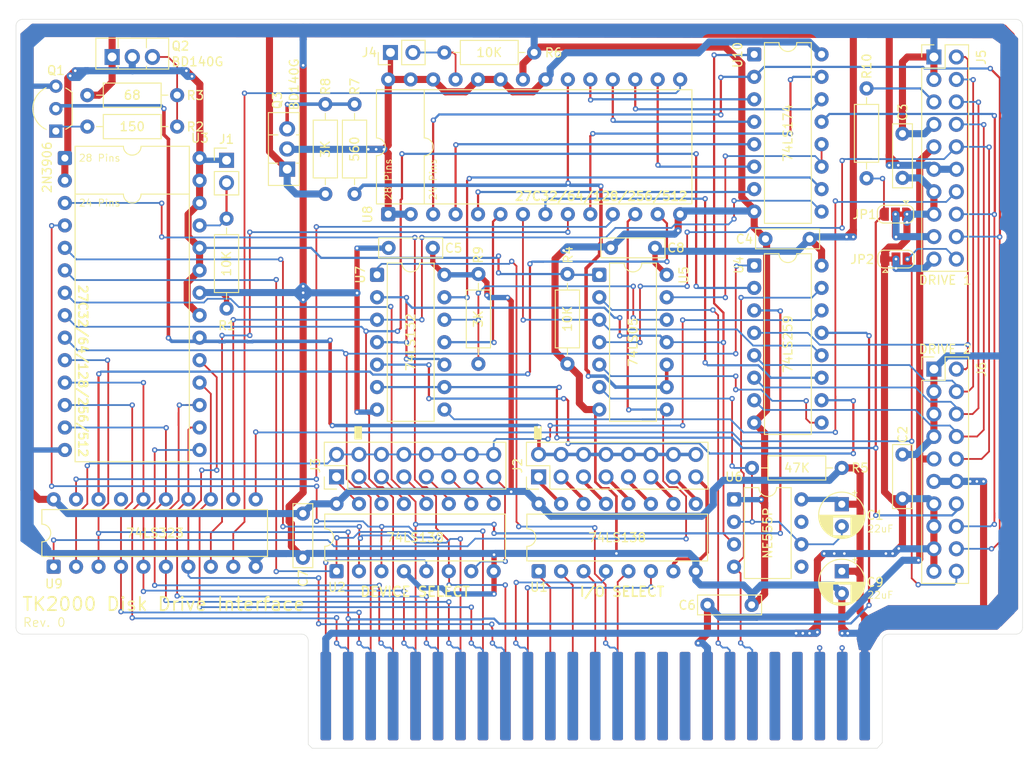
<source format=kicad_pcb>
(kicad_pcb
	(version 20241229)
	(generator "pcbnew")
	(generator_version "9.0")
	(general
		(thickness 1.6)
		(legacy_teardrops no)
	)
	(paper "A4")
	(layers
		(0 "F.Cu" signal)
		(2 "B.Cu" signal)
		(9 "F.Adhes" user "F.Adhesive")
		(11 "B.Adhes" user "B.Adhesive")
		(13 "F.Paste" user)
		(15 "B.Paste" user)
		(5 "F.SilkS" user "F.Silkscreen")
		(7 "B.SilkS" user "B.Silkscreen")
		(1 "F.Mask" user)
		(3 "B.Mask" user)
		(17 "Dwgs.User" user "User.Drawings")
		(19 "Cmts.User" user "User.Comments")
		(21 "Eco1.User" user "User.Eco1")
		(23 "Eco2.User" user "User.Eco2")
		(25 "Edge.Cuts" user)
		(27 "Margin" user)
		(31 "F.CrtYd" user "F.Courtyard")
		(29 "B.CrtYd" user "B.Courtyard")
		(35 "F.Fab" user)
		(33 "B.Fab" user)
		(39 "User.1" user)
		(41 "User.2" user)
		(43 "User.3" user)
		(45 "User.4" user)
	)
	(setup
		(pad_to_mask_clearance 0)
		(allow_soldermask_bridges_in_footprints no)
		(tenting front back)
		(pcbplotparams
			(layerselection 0x00000000_00000000_55555555_5755f5ff)
			(plot_on_all_layers_selection 0x00000000_00000000_00000000_00000000)
			(disableapertmacros no)
			(usegerberextensions no)
			(usegerberattributes yes)
			(usegerberadvancedattributes yes)
			(creategerberjobfile yes)
			(dashed_line_dash_ratio 12.000000)
			(dashed_line_gap_ratio 3.000000)
			(svgprecision 4)
			(plotframeref no)
			(mode 1)
			(useauxorigin no)
			(hpglpennumber 1)
			(hpglpenspeed 20)
			(hpglpendiameter 15.000000)
			(pdf_front_fp_property_popups yes)
			(pdf_back_fp_property_popups yes)
			(pdf_metadata yes)
			(pdf_single_document no)
			(dxfpolygonmode yes)
			(dxfimperialunits yes)
			(dxfusepcbnewfont yes)
			(psnegative no)
			(psa4output no)
			(plot_black_and_white yes)
			(sketchpadsonfab no)
			(plotpadnumbers no)
			(hidednponfab no)
			(sketchdnponfab yes)
			(crossoutdnponfab yes)
			(subtractmaskfromsilk no)
			(outputformat 1)
			(mirror no)
			(drillshape 1)
			(scaleselection 1)
			(outputdirectory "")
		)
	)
	(net 0 "")
	(net 1 "-12V")
	(net 2 "GND")
	(net 3 "+5V")
	(net 4 "Net-(U6-THR)")
	(net 5 "+12V")
	(net 6 "Net-(J1-Pin_2)")
	(net 7 "~{IOSEL}")
	(net 8 "Net-(J2-Pin_5)")
	(net 9 "Net-(J2-Pin_7)")
	(net 10 "/VCC_SWITCHED_1")
	(net 11 "Net-(J2-Pin_15)")
	(net 12 "Net-(J2-Pin_3)")
	(net 13 "Net-(J2-Pin_9)")
	(net 14 "Net-(J2-Pin_11)")
	(net 15 "Net-(J2-Pin_13)")
	(net 16 "Net-(J2-Pin_1)")
	(net 17 "Net-(J3-Pin_11)")
	(net 18 "Net-(J3-Pin_5)")
	(net 19 "Net-(J3-Pin_7)")
	(net 20 "Net-(J3-Pin_9)")
	(net 21 "Net-(J3-Pin_1)")
	(net 22 "Net-(J3-Pin_13)")
	(net 23 "Net-(J3-Pin_15)")
	(net 24 "Net-(J3-Pin_3)")
	(net 25 "Net-(J4-Pin_2)")
	(net 26 "/PH1")
	(net 27 "/PH0")
	(net 28 "/WR DATA")
	(net 29 "/W PROT")
	(net 30 "/RD DATA")
	(net 31 "/PH2")
	(net 32 "/PH3")
	(net 33 "Net-(J5-Pin_17)")
	(net 34 "/WR REQ")
	(net 35 "Net-(J5-Pin_19)")
	(net 36 "/~{ENBL 1}")
	(net 37 "Net-(J5-Pin_5)")
	(net 38 "/~{ENBL 2}")
	(net 39 "A12")
	(net 40 "D0")
	(net 41 "A10")
	(net 42 "A3")
	(net 43 "A14")
	(net 44 "D3")
	(net 45 "unconnected-(P1-Pin_40-Pad40)")
	(net 46 "2M")
	(net 47 "~{RESET}")
	(net 48 "unconnected-(P1-Pin_30-Pad30)")
	(net 49 "A4")
	(net 50 "~{EXTC}")
	(net 51 "unconnected-(P1-Pin_18-Pad18)")
	(net 52 "unconnected-(P1-Pin_38-Pad38)")
	(net 53 "D1")
	(net 54 "unconnected-(P1-Pin_29-Pad29)")
	(net 55 "A0")
	(net 56 "A15")
	(net 57 "D6")
	(net 58 "unconnected-(P1-Pin_36-Pad36)")
	(net 59 "A5")
	(net 60 "unconnected-(P1-Pin_22-Pad22)")
	(net 61 "~{EXTE}")
	(net 62 "Net-(P1-Pin_24)")
	(net 63 "~{EXT8}")
	(net 64 "unconnected-(P1-Pin_34-Pad34)")
	(net 65 "A8")
	(net 66 "D2")
	(net 67 "A2")
	(net 68 "D7")
	(net 69 "A7")
	(net 70 "Net-(P1-Pin_23)")
	(net 71 "A6")
	(net 72 "unconnected-(P1-Pin_21-Pad21)")
	(net 73 "~{EXT_MEM}")
	(net 74 "D4")
	(net 75 "D5")
	(net 76 "A9")
	(net 77 "A13")
	(net 78 "A11")
	(net 79 "unconnected-(P1-Pin_39-Pad39)")
	(net 80 "~{EXT6}")
	(net 81 "A1")
	(net 82 "Net-(Q1-E)")
	(net 83 "Net-(Q2-B)")
	(net 84 "Net-(Q3-B)")
	(net 85 "Net-(U8-~{CE})")
	(net 86 "Net-(R9-Pad2)")
	(net 87 "Net-(U4-Q6)")
	(net 88 "Net-(U4-Q5)")
	(net 89 "Net-(U4-Q7)")
	(net 90 "Net-(U4-Q4)")
	(net 91 "Net-(U10-D3)")
	(net 92 "Net-(U8-D1)")
	(net 93 "Net-(U10-~{Mr})")
	(net 94 "Net-(U8-A4)")
	(net 95 "Net-(U10-Q3)")
	(net 96 "Net-(U10-Cp)")
	(net 97 "Net-(U8-D3)")
	(net 98 "Net-(U10-Q5)")
	(net 99 "Net-(U10-Q2)")
	(net 100 "Net-(U8-A1)")
	(net 101 "Net-(U10-D2)")
	(net 102 "Net-(U8-D0)")
	(net 103 "Net-(U10-Q1)")
	(net 104 "unconnected-(U6-DIS-Pad7)")
	(net 105 "Net-(U10-D0)")
	(net 106 "unconnected-(U6-CV-Pad5)")
	(net 107 "Net-(U10-D5)")
	(net 108 "Net-(U8-D2)")
	(net 109 "Net-(U10-D1)")
	(net 110 "unconnected-(U9-Q7-Pad17)")
	(net 111 "/VCC_SWITCHED_2")
	(net 112 "/~{IOEN}")
	(net 113 "/~{DEVEN}")
	(footprint "Connector_PinHeader_2.54mm:PinHeader_1x02_P2.54mm_Vertical" (layer "F.Cu") (at 69.565185 66.517185))
	(footprint "Capacitor_THT:C_Rect_L7.0mm_W2.0mm_P5.00mm" (layer "F.Cu") (at 118.034185 76.423185 180))
	(footprint "Resistor_THT:R_Axial_DIN0207_L6.3mm_D2.5mm_P10.16mm_Horizontal" (layer "F.Cu") (at 94.203185 54.325185))
	(footprint "Connector_PinHeader_2.54mm:PinHeader_1x02_P2.54mm_Vertical" (layer "F.Cu") (at 88.107185 54.325185 90))
	(footprint "Capacitor_THT:CP_Radial_D5.0mm_P2.50mm" (layer "F.Cu") (at 139.161185 112.999185 -90))
	(footprint "Resistor_THT:R_Axial_DIN0207_L6.3mm_D2.5mm_P10.16mm_Horizontal" (layer "F.Cu") (at 84.043185 60.167185 -90))
	(footprint "Capacitor_THT:C_Rect_L7.0mm_W2.0mm_P5.00mm" (layer "F.Cu") (at 146.019185 104.791185 90))
	(footprint "Package_DIP:DIP-16_W7.62mm" (layer "F.Cu") (at 129.250185 54.539185))
	(footprint "Package_DIP:DIP-16_W7.62mm" (layer "F.Cu") (at 82.006185 112.994185 90))
	(footprint "Package_TO_SOT_THT:TO-92_Inline_Wide" (layer "F.Cu") (at 50.261185 63.215185 90))
	(footprint "Resistor_THT:R_Axial_DIN0207_L6.3mm_D2.5mm_P10.16mm_Horizontal" (layer "F.Cu") (at 141.955185 68.549185 90))
	(footprint "Capacitor_THT:CP_Radial_D5.0mm_P2.50mm" (layer "F.Cu") (at 139.156185 105.419185 -90))
	(footprint "Resistor_THT:R_Axial_DIN0207_L6.3mm_D2.5mm_P10.16mm_Horizontal" (layer "F.Cu") (at 53.817185 59.151185))
	(footprint "Package_DIP:DIP-16_W7.62mm" (layer "F.Cu") (at 104.866185 112.999185 90))
	(footprint "TK2000:DIP-28-24_W15.24mm" (layer "F.Cu") (at 87.853185 72.613185 90))
	(footprint "Package_DIP:DIP-14_W7.62mm" (layer "F.Cu") (at 111.729185 79.471185))
	(footprint "Resistor_THT:R_Axial_DIN0207_L6.3mm_D2.5mm_P10.16mm_Horizontal" (layer "F.Cu") (at 69.565185 73.121185 -90))
	(footprint "Capacitor_THT:C_Rect_L7.0mm_W2.0mm_P5.00mm" (layer "F.Cu") (at 146.019185 68.509185 90))
	(footprint "Jumper:SolderJumper-3_P1.3mm_Bridged12_RoundedPad1.0x1.5mm" (layer "F.Cu") (at 145.287185 77.693185))
	(footprint "Resistor_THT:R_Axial_DIN0207_L6.3mm_D2.5mm_P10.16mm_Horizontal" (layer "F.Cu") (at 98.053185 79.382185 -90))
	(footprint "TK2000:DIP-28-24_W15.24mm" (layer "F.Cu") (at 51.277185 66.263185))
	(footprint "Capacitor_THT:C_Rect_L7.0mm_W2.0mm_P5.00mm" (layer "F.Cu") (at 135.525185 75.407185 180))
	(footprint "Capacitor_THT:C_Rect_L7.0mm_W2.0mm_P5.00mm" (layer "F.Cu") (at 78.201185 106.475185 -90))
	(footprint "Capacitor_THT:C_Rect_L7.0mm_W2.0mm_P5.00mm" (layer "F.Cu") (at 92.893185 76.428185 180))
	(footprint "Package_TO_SOT_THT:TO-126-3_Vertical" (layer "F.Cu") (at 56.623185 54.833185))
	(footprint "Package_DIP:DIP-14_W7.62mm" (layer "F.Cu") (at 86.588185 79.471185))
	(footprint "Resistor_THT:R_Axial_DIN0207_L6.3mm_D2.5mm_P10.16mm_Horizontal"
		(layer "F.C
... [362134 chars truncated]
</source>
